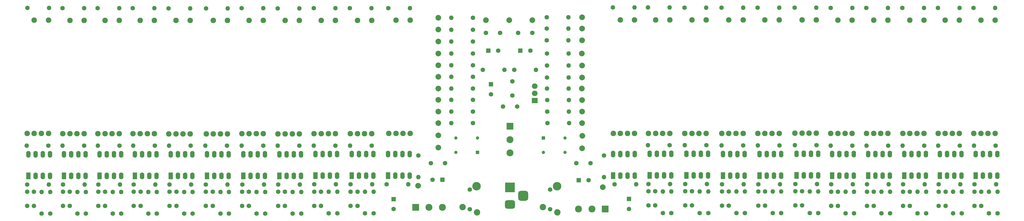
<source format=gbr>
%TF.GenerationSoftware,KiCad,Pcbnew,(6.0.1-0)*%
%TF.CreationDate,2022-03-16T00:28:59-04:00*%
%TF.ProjectId,spectrum,73706563-7472-4756-9d2e-6b696361645f,0*%
%TF.SameCoordinates,Original*%
%TF.FileFunction,Soldermask,Top*%
%TF.FilePolarity,Negative*%
%FSLAX46Y46*%
G04 Gerber Fmt 4.6, Leading zero omitted, Abs format (unit mm)*
G04 Created by KiCad (PCBNEW (6.0.1-0)) date 2022-03-16 00:28:59*
%MOMM*%
%LPD*%
G01*
G04 APERTURE LIST*
G04 Aperture macros list*
%AMRoundRect*
0 Rectangle with rounded corners*
0 $1 Rounding radius*
0 $2 $3 $4 $5 $6 $7 $8 $9 X,Y pos of 4 corners*
0 Add a 4 corners polygon primitive as box body*
4,1,4,$2,$3,$4,$5,$6,$7,$8,$9,$2,$3,0*
0 Add four circle primitives for the rounded corners*
1,1,$1+$1,$2,$3*
1,1,$1+$1,$4,$5*
1,1,$1+$1,$6,$7*
1,1,$1+$1,$8,$9*
0 Add four rect primitives between the rounded corners*
20,1,$1+$1,$2,$3,$4,$5,0*
20,1,$1+$1,$4,$5,$6,$7,0*
20,1,$1+$1,$6,$7,$8,$9,0*
20,1,$1+$1,$8,$9,$2,$3,0*%
G04 Aperture macros list end*
%ADD10C,1.600000*%
%ADD11C,2.250000*%
%ADD12C,3.000000*%
%ADD13O,1.600000X1.600000*%
%ADD14C,1.950000*%
%ADD15R,1.600000X2.400000*%
%ADD16O,1.600000X2.400000*%
%ADD17C,2.000000*%
%ADD18R,3.500000X3.500000*%
%ADD19RoundRect,0.750000X1.000000X-0.750000X1.000000X0.750000X-1.000000X0.750000X-1.000000X-0.750000X0*%
%ADD20RoundRect,0.875000X0.875000X-0.875000X0.875000X0.875000X-0.875000X0.875000X-0.875000X-0.875000X0*%
%ADD21R,1.150000X1.150000*%
%ADD22C,1.150000*%
%ADD23R,1.600000X1.600000*%
%ADD24R,2.000000X1.905000*%
%ADD25O,2.000000X1.905000*%
%ADD26R,2.450000X2.450000*%
%ADD27C,2.450000*%
G04 APERTURE END LIST*
D10*
%TO.C,J3*%
X220425000Y-191750000D03*
X220425000Y-198750000D03*
D11*
X217900000Y-197950000D03*
X222950000Y-199850000D03*
D12*
X222825000Y-190550000D03*
%TD*%
D10*
%TO.C,J2*%
X192125000Y-191750000D03*
X192125000Y-198750000D03*
D11*
X189600000Y-197950000D03*
X194650000Y-199850000D03*
D12*
X194525000Y-190550000D03*
%TD*%
D10*
%TO.C,R83*%
X219350000Y-160200000D03*
D13*
X226970000Y-160200000D03*
%TD*%
D14*
%TO.C,PTL18*%
X309100000Y-171900000D03*
X306600000Y-171900000D03*
X309100000Y-131900000D03*
X314100000Y-131900000D03*
X314100000Y-171900000D03*
X311600000Y-171900000D03*
%TD*%
D10*
%TO.C,R114*%
X276100000Y-200060000D03*
D13*
X276100000Y-192440000D03*
%TD*%
D15*
%TO.C,U10*%
X49250000Y-186950000D03*
D16*
X51790000Y-186950000D03*
X54330000Y-186950000D03*
X56870000Y-186950000D03*
X56870000Y-179330000D03*
X54330000Y-179330000D03*
X51790000Y-179330000D03*
X49250000Y-179330000D03*
%TD*%
D17*
%TO.C,TP10*%
X181000000Y-160150000D03*
%TD*%
D10*
%TO.C,R120*%
X324450000Y-200160000D03*
D13*
X324450000Y-192540000D03*
%TD*%
D17*
%TO.C,TP23*%
X231600000Y-156150000D03*
%TD*%
%TO.C,TP21*%
X231650000Y-148000000D03*
%TD*%
D10*
%TO.C,R76*%
X219250000Y-130950000D03*
D13*
X226870000Y-130950000D03*
%TD*%
D10*
%TO.C,R12*%
X158250000Y-200160000D03*
D13*
X158250000Y-192540000D03*
%TD*%
D10*
%TO.C,R42*%
X193210000Y-131150000D03*
D13*
X185590000Y-131150000D03*
%TD*%
D10*
%TO.C,C40*%
X369850000Y-197550000D03*
X369850000Y-192550000D03*
%TD*%
D15*
%TO.C,U6*%
X99590000Y-186950000D03*
D16*
X102130000Y-186950000D03*
X104670000Y-186950000D03*
X107210000Y-186950000D03*
X107210000Y-179330000D03*
X104670000Y-179330000D03*
X102130000Y-179330000D03*
X99590000Y-179330000D03*
%TD*%
D10*
%TO.C,R99*%
X331990000Y-189950000D03*
D13*
X339610000Y-189950000D03*
%TD*%
D17*
%TO.C,TP26*%
X231650000Y-168350000D03*
%TD*%
D10*
%TO.C,R93*%
X288360000Y-176200000D03*
D13*
X280740000Y-176200000D03*
%TD*%
D10*
%TO.C,R44*%
X193250000Y-139500000D03*
D13*
X185630000Y-139500000D03*
%TD*%
D10*
%TO.C,C4*%
X124650000Y-197550000D03*
X124650000Y-192550000D03*
%TD*%
%TO.C,C42*%
X344700000Y-197500000D03*
X344700000Y-192500000D03*
%TD*%
%TO.C,R67*%
X306490000Y-127600000D03*
D13*
X314110000Y-127600000D03*
%TD*%
D18*
%TO.C,J1*%
X206242500Y-191000000D03*
D19*
X206242500Y-197000000D03*
D20*
X210942500Y-194000000D03*
%TD*%
D10*
%TO.C,R71*%
X280740000Y-127600000D03*
D13*
X288360000Y-127600000D03*
%TD*%
D10*
%TO.C,R15*%
X120050000Y-200210000D03*
D13*
X120050000Y-192590000D03*
%TD*%
D10*
%TO.C,C19*%
X63700000Y-197550000D03*
X63700000Y-192550000D03*
%TD*%
D15*
%TO.C,U2*%
X150550000Y-186900000D03*
D16*
X153090000Y-186900000D03*
X155630000Y-186900000D03*
X158170000Y-186900000D03*
X158170000Y-179280000D03*
X155630000Y-179280000D03*
X153090000Y-179280000D03*
X150550000Y-179280000D03*
%TD*%
D17*
%TO.C,TP3*%
X181000000Y-131150000D03*
%TD*%
D21*
%TO.C,T1*%
X218040000Y-173560000D03*
D22*
X218040000Y-178640000D03*
X225660000Y-173560000D03*
X225660000Y-178640000D03*
%TD*%
D15*
%TO.C,U16*%
X332400000Y-186900000D03*
D16*
X334940000Y-186900000D03*
X337480000Y-186900000D03*
X340020000Y-186900000D03*
X340020000Y-179280000D03*
X337480000Y-179280000D03*
X334940000Y-179280000D03*
X332400000Y-179280000D03*
%TD*%
D10*
%TO.C,C47*%
X280900000Y-197450000D03*
X280900000Y-192450000D03*
%TD*%
%TO.C,R89*%
X339460000Y-176250000D03*
D13*
X331840000Y-176250000D03*
%TD*%
D10*
%TO.C,R11*%
X41350000Y-200210000D03*
D13*
X41350000Y-192590000D03*
%TD*%
D10*
%TO.C,R77*%
X219250000Y-134950000D03*
D13*
X226870000Y-134950000D03*
%TD*%
D23*
%TO.C,C50*%
X230447349Y-188450000D03*
D10*
X233947349Y-188450000D03*
%TD*%
%TO.C,R64*%
X207790000Y-149500000D03*
D13*
X215410000Y-149500000D03*
%TD*%
D10*
%TO.C,R52*%
X149890000Y-127800000D03*
D13*
X157510000Y-127800000D03*
%TD*%
D10*
%TO.C,C43*%
X332000000Y-197500000D03*
X332000000Y-192500000D03*
%TD*%
%TO.C,C18*%
X76200000Y-197550000D03*
X76200000Y-192550000D03*
%TD*%
%TO.C,R59*%
X111740000Y-127800000D03*
D13*
X119360000Y-127800000D03*
%TD*%
D10*
%TO.C,R21*%
X44350000Y-200210000D03*
D13*
X44350000Y-192590000D03*
%TD*%
D10*
%TO.C,C13*%
X139750000Y-197500000D03*
X139750000Y-192500000D03*
%TD*%
%TO.C,R30*%
X48850000Y-190000000D03*
D13*
X56470000Y-190000000D03*
%TD*%
D24*
%TO.C,U23*%
X214945000Y-160340000D03*
D25*
X214945000Y-157800000D03*
X214945000Y-155260000D03*
%TD*%
D10*
%TO.C,R75*%
X319190000Y-127700000D03*
D13*
X326810000Y-127700000D03*
%TD*%
D15*
%TO.C,U1*%
X163300000Y-186900000D03*
D16*
X165840000Y-186900000D03*
X168380000Y-186900000D03*
X170920000Y-186900000D03*
X170920000Y-179280000D03*
X168380000Y-179280000D03*
X165840000Y-179280000D03*
X163300000Y-179280000D03*
%TD*%
D17*
%TO.C,TP27*%
X231700000Y-177200000D03*
%TD*%
D10*
%TO.C,C11*%
X36250000Y-197550000D03*
X36250000Y-192550000D03*
%TD*%
%TO.C,C20*%
X51250000Y-197550000D03*
X51250000Y-192550000D03*
%TD*%
%TO.C,R85*%
X219440000Y-168350000D03*
D13*
X227060000Y-168350000D03*
%TD*%
D10*
%TO.C,R73*%
X243090000Y-189900000D03*
D13*
X250710000Y-189900000D03*
%TD*%
D10*
%TO.C,R103*%
X280900000Y-189900000D03*
D13*
X288520000Y-189900000D03*
%TD*%
D10*
%TO.C,R110*%
X327450000Y-200160000D03*
D13*
X327450000Y-192540000D03*
%TD*%
D10*
%TO.C,C12*%
X152550000Y-197500000D03*
X152550000Y-192500000D03*
%TD*%
%TO.C,R94*%
X275460000Y-176150000D03*
D13*
X267840000Y-176150000D03*
%TD*%
D14*
%TO.C,PTL3*%
X139800000Y-172050000D03*
X137300000Y-172050000D03*
X139800000Y-132050000D03*
X144800000Y-132050000D03*
X144800000Y-172050000D03*
X142300000Y-172050000D03*
%TD*%
D10*
%TO.C,R80*%
X219300000Y-148000000D03*
D13*
X226920000Y-148000000D03*
%TD*%
D10*
%TO.C,R124*%
X273100000Y-200060000D03*
D13*
X273100000Y-192440000D03*
%TD*%
D10*
%TO.C,C10*%
X48850000Y-197550000D03*
X48850000Y-192550000D03*
%TD*%
D14*
%TO.C,PTL4*%
X127100000Y-172100000D03*
X124600000Y-172100000D03*
X127100000Y-132100000D03*
X132100000Y-132100000D03*
X132100000Y-172100000D03*
X129600000Y-172100000D03*
%TD*%
D10*
%TO.C,C38*%
X270400000Y-197400000D03*
X270400000Y-192400000D03*
%TD*%
%TO.C,C35*%
X309150000Y-197400000D03*
X309150000Y-192400000D03*
%TD*%
%TO.C,R62*%
X36340000Y-127700000D03*
D13*
X43960000Y-127700000D03*
%TD*%
D10*
%TO.C,R18*%
X81900000Y-200210000D03*
D13*
X81900000Y-192590000D03*
%TD*%
D10*
%TO.C,R45*%
X193250000Y-143750000D03*
D13*
X185630000Y-143750000D03*
%TD*%
D10*
%TO.C,R113*%
X289000000Y-200110000D03*
D13*
X289000000Y-192490000D03*
%TD*%
D10*
%TO.C,R14*%
X132750000Y-200210000D03*
D13*
X132750000Y-192590000D03*
%TD*%
D15*
%TO.C,U3*%
X137750000Y-186900000D03*
D16*
X140290000Y-186900000D03*
X142830000Y-186900000D03*
X145370000Y-186900000D03*
X145370000Y-179280000D03*
X142830000Y-179280000D03*
X140290000Y-179280000D03*
X137750000Y-179280000D03*
%TD*%
D17*
%TO.C,TP5*%
X181000000Y-139500000D03*
%TD*%
D10*
%TO.C,R13*%
X145450000Y-200160000D03*
D13*
X145450000Y-192540000D03*
%TD*%
D10*
%TO.C,R26*%
X99190000Y-190000000D03*
D13*
X106810000Y-190000000D03*
%TD*%
D10*
%TO.C,C28*%
X214150000Y-136500000D03*
X209150000Y-136500000D03*
%TD*%
%TO.C,C8*%
X73800000Y-197550000D03*
X73800000Y-192550000D03*
%TD*%
D14*
%TO.C,PTL14*%
X359540000Y-172000000D03*
X357040000Y-172000000D03*
X359540000Y-132000000D03*
X364540000Y-132000000D03*
X364540000Y-172000000D03*
X362040000Y-172000000D03*
%TD*%
D15*
%TO.C,U17*%
X319750000Y-186900000D03*
D16*
X322290000Y-186900000D03*
X324830000Y-186900000D03*
X327370000Y-186900000D03*
X327370000Y-179280000D03*
X324830000Y-179280000D03*
X322290000Y-179280000D03*
X319750000Y-179280000D03*
%TD*%
D10*
%TO.C,C3*%
X137350000Y-197500000D03*
X137350000Y-192500000D03*
%TD*%
D17*
%TO.C,TP25*%
X231650000Y-164300000D03*
%TD*%
D10*
%TO.C,C21*%
X38650000Y-197550000D03*
X38650000Y-192550000D03*
%TD*%
%TO.C,R69*%
X293440000Y-127600000D03*
D13*
X301060000Y-127600000D03*
%TD*%
D10*
%TO.C,R92*%
X301160000Y-176200000D03*
D13*
X293540000Y-176200000D03*
%TD*%
D10*
%TO.C,R81*%
X219300000Y-152200000D03*
D13*
X226920000Y-152200000D03*
%TD*%
D14*
%TO.C,PTL16*%
X334350000Y-172000000D03*
X331850000Y-172000000D03*
X334350000Y-132000000D03*
X339350000Y-132000000D03*
X339350000Y-172000000D03*
X336850000Y-172000000D03*
%TD*%
D10*
%TO.C,R53*%
X86040000Y-127850000D03*
D13*
X93660000Y-127850000D03*
%TD*%
D10*
%TO.C,R108*%
X352800000Y-200160000D03*
D13*
X352800000Y-192540000D03*
%TD*%
D23*
%TO.C,C1*%
X182502651Y-188300000D03*
D10*
X179002651Y-188300000D03*
%TD*%
%TO.C,R90*%
X326810000Y-176250000D03*
D13*
X319190000Y-176250000D03*
%TD*%
D10*
%TO.C,R128*%
X242540000Y-127550000D03*
D13*
X250160000Y-127550000D03*
%TD*%
D10*
%TO.C,C45*%
X306750000Y-197400000D03*
X306750000Y-192400000D03*
%TD*%
%TO.C,R88*%
X352160000Y-176250000D03*
D13*
X344540000Y-176250000D03*
%TD*%
D10*
%TO.C,R122*%
X298800000Y-200110000D03*
D13*
X298800000Y-192490000D03*
%TD*%
D10*
%TO.C,C7*%
X86400000Y-197550000D03*
X86400000Y-192550000D03*
%TD*%
D14*
%TO.C,PTL19*%
X296050000Y-171950000D03*
X293550000Y-171950000D03*
X296050000Y-131950000D03*
X301050000Y-131950000D03*
X301050000Y-171950000D03*
X298550000Y-171950000D03*
%TD*%
D10*
%TO.C,R126*%
X239350000Y-179740000D03*
D13*
X239350000Y-187360000D03*
%TD*%
D23*
%TO.C,C23*%
X199600000Y-154647349D03*
D10*
X199600000Y-158147349D03*
%TD*%
%TO.C,R119*%
X337100000Y-200160000D03*
D13*
X337100000Y-192540000D03*
%TD*%
D10*
%TO.C,R28*%
X73790000Y-190000000D03*
D13*
X81410000Y-190000000D03*
%TD*%
D10*
%TO.C,R22*%
X150150000Y-189950000D03*
D13*
X157770000Y-189950000D03*
%TD*%
D10*
%TO.C,C32*%
X347100000Y-197500000D03*
X347100000Y-192500000D03*
%TD*%
%TO.C,R47*%
X193250000Y-152000000D03*
D13*
X185630000Y-152000000D03*
%TD*%
D10*
%TO.C,R86*%
X377310000Y-176250000D03*
D13*
X369690000Y-176250000D03*
%TD*%
D10*
%TO.C,R35*%
X119410000Y-176300000D03*
D13*
X111790000Y-176300000D03*
%TD*%
D17*
%TO.C,TP20*%
X231600000Y-143750000D03*
%TD*%
D14*
%TO.C,PTL20*%
X283350000Y-171950000D03*
X280850000Y-171950000D03*
X283350000Y-131950000D03*
X288350000Y-131950000D03*
X288350000Y-171950000D03*
X285850000Y-171950000D03*
%TD*%
D10*
%TO.C,R8*%
X78900000Y-200210000D03*
D13*
X78900000Y-192590000D03*
%TD*%
D10*
%TO.C,C49*%
X255000000Y-197400000D03*
X255000000Y-192400000D03*
%TD*%
%TO.C,R32*%
X157610000Y-176250000D03*
D13*
X149990000Y-176250000D03*
%TD*%
D15*
%TO.C,U7*%
X86800000Y-186950000D03*
D16*
X89340000Y-186950000D03*
X91880000Y-186950000D03*
X94420000Y-186950000D03*
X94420000Y-179330000D03*
X91880000Y-179330000D03*
X89340000Y-179330000D03*
X86800000Y-179330000D03*
%TD*%
D10*
%TO.C,R60*%
X48690000Y-127800000D03*
D13*
X56310000Y-127800000D03*
%TD*%
D10*
%TO.C,R127*%
X254890000Y-127550000D03*
D13*
X262510000Y-127550000D03*
%TD*%
D17*
%TO.C,TP14*%
X214150000Y-132000000D03*
%TD*%
D14*
%TO.C,PTL5*%
X114400000Y-172050000D03*
X111900000Y-172050000D03*
X114400000Y-132050000D03*
X119400000Y-132050000D03*
X119400000Y-172050000D03*
X116900000Y-172050000D03*
%TD*%
D10*
%TO.C,R61*%
X99230000Y-127850000D03*
D13*
X106850000Y-127850000D03*
%TD*%
D14*
%TO.C,PTL6*%
X101790000Y-172100000D03*
X99290000Y-172100000D03*
X101790000Y-132100000D03*
X106790000Y-132100000D03*
X106790000Y-172100000D03*
X104290000Y-172100000D03*
%TD*%
D10*
%TO.C,C6*%
X99190000Y-197550000D03*
X99190000Y-192550000D03*
%TD*%
D14*
%TO.C,PTL9*%
X63650000Y-172050000D03*
X61150000Y-172050000D03*
X63650000Y-132050000D03*
X68650000Y-132050000D03*
X68650000Y-172050000D03*
X66150000Y-172050000D03*
%TD*%
D10*
%TO.C,R105*%
X255000000Y-189850000D03*
D13*
X262620000Y-189850000D03*
%TD*%
D10*
%TO.C,R78*%
X219260000Y-139150000D03*
D13*
X226880000Y-139150000D03*
%TD*%
D10*
%TO.C,C46*%
X293700000Y-197450000D03*
X293700000Y-192450000D03*
%TD*%
%TO.C,R118*%
X349800000Y-200160000D03*
D13*
X349800000Y-192540000D03*
%TD*%
D23*
%TO.C,C22*%
X165250000Y-195147349D03*
D10*
X165250000Y-198647349D03*
%TD*%
D15*
%TO.C,U11*%
X36650000Y-186950000D03*
D16*
X39190000Y-186950000D03*
X41730000Y-186950000D03*
X44270000Y-186950000D03*
X44270000Y-179330000D03*
X41730000Y-179330000D03*
X39190000Y-179330000D03*
X36650000Y-179330000D03*
%TD*%
D10*
%TO.C,R48*%
X193250000Y-156100000D03*
D13*
X185630000Y-156100000D03*
%TD*%
D10*
%TO.C,R65*%
X163440000Y-127750000D03*
D13*
X171060000Y-127750000D03*
%TD*%
D10*
%TO.C,R3*%
X142450000Y-200160000D03*
D13*
X142450000Y-192540000D03*
%TD*%
D10*
%TO.C,R91*%
X314210000Y-176150000D03*
D13*
X306590000Y-176150000D03*
%TD*%
D10*
%TO.C,C2*%
X150150000Y-197500000D03*
X150150000Y-192500000D03*
%TD*%
%TO.C,R112*%
X301800000Y-200110000D03*
D13*
X301800000Y-192490000D03*
%TD*%
D15*
%TO.C,U4*%
X125050000Y-186950000D03*
D16*
X127590000Y-186950000D03*
X130130000Y-186950000D03*
X132670000Y-186950000D03*
X132670000Y-179330000D03*
X130130000Y-179330000D03*
X127590000Y-179330000D03*
X125050000Y-179330000D03*
%TD*%
D10*
%TO.C,R56*%
X73440000Y-127800000D03*
D13*
X81060000Y-127800000D03*
%TD*%
D15*
%TO.C,U20*%
X281300000Y-186850000D03*
D16*
X283840000Y-186850000D03*
X286380000Y-186850000D03*
X288920000Y-186850000D03*
X288920000Y-179230000D03*
X286380000Y-179230000D03*
X283840000Y-179230000D03*
X281300000Y-179230000D03*
%TD*%
D10*
%TO.C,R96*%
X369840000Y-189950000D03*
D13*
X377460000Y-189950000D03*
%TD*%
D10*
%TO.C,R29*%
X61300000Y-190000000D03*
D13*
X68920000Y-190000000D03*
%TD*%
D10*
%TO.C,R95*%
X262510000Y-176150000D03*
D13*
X254890000Y-176150000D03*
%TD*%
D10*
%TO.C,R104*%
X267990000Y-189850000D03*
D13*
X275610000Y-189850000D03*
%TD*%
D10*
%TO.C,C30*%
X372250000Y-197500000D03*
X372250000Y-192500000D03*
%TD*%
%TO.C,R100*%
X319350000Y-189950000D03*
D13*
X326970000Y-189950000D03*
%TD*%
D14*
%TO.C,PTL15*%
X347100000Y-172000000D03*
X344600000Y-172000000D03*
X347100000Y-132000000D03*
X352100000Y-132000000D03*
X352100000Y-172000000D03*
X349600000Y-172000000D03*
%TD*%
D10*
%TO.C,C37*%
X283300000Y-197450000D03*
X283300000Y-192450000D03*
%TD*%
D17*
%TO.C,TP1*%
X197800000Y-132000000D03*
%TD*%
D10*
%TO.C,R121*%
X311850000Y-200060000D03*
D13*
X311850000Y-192440000D03*
%TD*%
D15*
%TO.C,U15*%
X345100000Y-186900000D03*
D16*
X347640000Y-186900000D03*
X350180000Y-186900000D03*
X352720000Y-186900000D03*
X352720000Y-179280000D03*
X350180000Y-179280000D03*
X347640000Y-179280000D03*
X345100000Y-179280000D03*
%TD*%
D10*
%TO.C,C5*%
X111950000Y-197550000D03*
X111950000Y-192550000D03*
%TD*%
%TO.C,R54*%
X162790000Y-189950000D03*
D13*
X170410000Y-189950000D03*
%TD*%
D15*
%TO.C,U22*%
X255450000Y-186800000D03*
D16*
X257990000Y-186800000D03*
X260530000Y-186800000D03*
X263070000Y-186800000D03*
X263070000Y-179180000D03*
X260530000Y-179180000D03*
X257990000Y-179180000D03*
X255450000Y-179180000D03*
%TD*%
D10*
%TO.C,R107*%
X365340000Y-200160000D03*
D13*
X365340000Y-192540000D03*
%TD*%
D10*
%TO.C,C39*%
X257400000Y-197400000D03*
X257400000Y-192400000D03*
%TD*%
%TO.C,R36*%
X106650000Y-176300000D03*
D13*
X99030000Y-176300000D03*
%TD*%
D17*
%TO.C,TP4*%
X181000000Y-135300000D03*
%TD*%
D10*
%TO.C,R97*%
X357240000Y-189950000D03*
D13*
X364860000Y-189950000D03*
%TD*%
D10*
%TO.C,C24*%
X207100000Y-158600000D03*
X207100000Y-153600000D03*
%TD*%
D14*
%TO.C,PTL13*%
X372100000Y-172000000D03*
X369600000Y-172000000D03*
X372100000Y-132000000D03*
X377100000Y-132000000D03*
X377100000Y-172000000D03*
X374600000Y-172000000D03*
%TD*%
%TO.C,PTL21*%
X270350000Y-171950000D03*
X267850000Y-171950000D03*
X270350000Y-131950000D03*
X275350000Y-131950000D03*
X275350000Y-171950000D03*
X272850000Y-171950000D03*
%TD*%
D10*
%TO.C,C16*%
X101590000Y-197550000D03*
X101590000Y-192550000D03*
%TD*%
D23*
%TO.C,C29*%
X248150000Y-195097349D03*
D10*
X248150000Y-198597349D03*
%TD*%
%TO.C,R23*%
X137340000Y-189950000D03*
D13*
X144960000Y-189950000D03*
%TD*%
D10*
%TO.C,C34*%
X321750000Y-197500000D03*
X321750000Y-192500000D03*
%TD*%
%TO.C,R19*%
X69400000Y-200210000D03*
D13*
X69400000Y-192590000D03*
%TD*%
D17*
%TO.C,TP12*%
X181000000Y-168350000D03*
%TD*%
D10*
%TO.C,R70*%
X344440000Y-127650000D03*
D13*
X352060000Y-127650000D03*
%TD*%
D17*
%TO.C,TP18*%
X231650000Y-134950000D03*
%TD*%
D10*
%TO.C,R31*%
X36250000Y-190000000D03*
D13*
X43870000Y-190000000D03*
%TD*%
D10*
%TO.C,C14*%
X127050000Y-197550000D03*
X127050000Y-192550000D03*
%TD*%
%TO.C,C9*%
X61300000Y-197550000D03*
X61300000Y-192550000D03*
%TD*%
%TO.C,R102*%
X293690000Y-189900000D03*
D13*
X301310000Y-189900000D03*
%TD*%
D15*
%TO.C,U9*%
X61700000Y-186950000D03*
D16*
X64240000Y-186950000D03*
X66780000Y-186950000D03*
X69320000Y-186950000D03*
X69320000Y-179330000D03*
X66780000Y-179330000D03*
X64240000Y-179330000D03*
X61700000Y-179330000D03*
%TD*%
D10*
%TO.C,R79*%
X219290000Y-143750000D03*
D13*
X226910000Y-143750000D03*
%TD*%
D17*
%TO.C,TP11*%
X181000000Y-164250000D03*
%TD*%
%TO.C,TP2*%
X181000000Y-176950000D03*
%TD*%
D10*
%TO.C,R109*%
X340100000Y-200160000D03*
D13*
X340100000Y-192540000D03*
%TD*%
D10*
%TO.C,C53*%
X203800000Y-162500000D03*
X208800000Y-162500000D03*
%TD*%
D14*
%TO.C,PTL1*%
X166100000Y-172000000D03*
X163600000Y-172000000D03*
X166100000Y-132000000D03*
X171100000Y-132000000D03*
X171100000Y-172000000D03*
X168600000Y-172000000D03*
%TD*%
D17*
%TO.C,TP13*%
X173900000Y-190400000D03*
%TD*%
D10*
%TO.C,R123*%
X286000000Y-200110000D03*
D13*
X286000000Y-192490000D03*
%TD*%
D10*
%TO.C,R34*%
X132110000Y-176300000D03*
D13*
X124490000Y-176300000D03*
%TD*%
D10*
%TO.C,R25*%
X111990000Y-190000000D03*
D13*
X119610000Y-190000000D03*
%TD*%
D26*
%TO.C,SW3*%
X173050000Y-198000000D03*
D27*
X177750000Y-198000000D03*
X182450000Y-198000000D03*
%TD*%
D26*
%TO.C,SW2*%
X239800000Y-198600000D03*
D27*
X235100000Y-198600000D03*
X230400000Y-198600000D03*
%TD*%
D10*
%TO.C,R5*%
X117050000Y-200210000D03*
D13*
X117050000Y-192590000D03*
%TD*%
D10*
%TO.C,R50*%
X193250000Y-164250000D03*
D13*
X185630000Y-164250000D03*
%TD*%
D10*
%TO.C,C48*%
X268000000Y-197400000D03*
X268000000Y-192400000D03*
%TD*%
D15*
%TO.C,U19*%
X294110000Y-186850000D03*
D16*
X296650000Y-186850000D03*
X299190000Y-186850000D03*
X301730000Y-186850000D03*
X301730000Y-179230000D03*
X299190000Y-179230000D03*
X296650000Y-179230000D03*
X294110000Y-179230000D03*
%TD*%
D17*
%TO.C,TP28*%
X181000000Y-172650000D03*
%TD*%
D14*
%TO.C,PTL12*%
X245150000Y-171950000D03*
X242650000Y-171950000D03*
X245150000Y-131950000D03*
X250150000Y-131950000D03*
X250150000Y-171950000D03*
X247650000Y-171950000D03*
%TD*%
D17*
%TO.C,TP19*%
X231650000Y-139150000D03*
%TD*%
D10*
%TO.C,R51*%
X193260000Y-168300000D03*
D13*
X185640000Y-168300000D03*
%TD*%
D10*
%TO.C,C52*%
X229600000Y-182450000D03*
X234600000Y-182450000D03*
%TD*%
%TO.C,R68*%
X356940000Y-127700000D03*
D13*
X364560000Y-127700000D03*
%TD*%
D10*
%TO.C,C51*%
X183400000Y-182450000D03*
X178400000Y-182450000D03*
%TD*%
D15*
%TO.C,U21*%
X268400000Y-186800000D03*
D16*
X270940000Y-186800000D03*
X273480000Y-186800000D03*
X276020000Y-186800000D03*
X276020000Y-179180000D03*
X273480000Y-179180000D03*
X270940000Y-179180000D03*
X268400000Y-179180000D03*
%TD*%
D10*
%TO.C,C27*%
X202800000Y-136500000D03*
X197800000Y-136500000D03*
%TD*%
D15*
%TO.C,U14*%
X357640000Y-186900000D03*
D16*
X360180000Y-186900000D03*
X362720000Y-186900000D03*
X365260000Y-186900000D03*
X365260000Y-179280000D03*
X362720000Y-179280000D03*
X360180000Y-179280000D03*
X357640000Y-179280000D03*
%TD*%
D17*
%TO.C,TP16*%
X238950000Y-190950000D03*
%TD*%
D10*
%TO.C,R87*%
X364690000Y-176250000D03*
D13*
X357070000Y-176250000D03*
%TD*%
D10*
%TO.C,R6*%
X104290000Y-200210000D03*
D13*
X104290000Y-192590000D03*
%TD*%
D10*
%TO.C,C17*%
X88800000Y-197550000D03*
X88800000Y-192550000D03*
%TD*%
%TO.C,R106*%
X377950000Y-200160000D03*
D13*
X377950000Y-192540000D03*
%TD*%
D10*
%TO.C,R82*%
X219340000Y-156150000D03*
D13*
X226960000Y-156150000D03*
%TD*%
D10*
%TO.C,R84*%
X219400000Y-164300000D03*
D13*
X227020000Y-164300000D03*
%TD*%
D14*
%TO.C,PTL10*%
X51300000Y-172050000D03*
X48800000Y-172050000D03*
X51300000Y-132050000D03*
X56300000Y-132050000D03*
X56300000Y-172050000D03*
X53800000Y-172050000D03*
%TD*%
D10*
%TO.C,R10*%
X53950000Y-200210000D03*
D13*
X53950000Y-192590000D03*
%TD*%
D10*
%TO.C,C15*%
X114350000Y-197550000D03*
X114350000Y-192550000D03*
%TD*%
%TO.C,R66*%
X369490000Y-127700000D03*
D13*
X377110000Y-127700000D03*
%TD*%
D10*
%TO.C,R57*%
X124440000Y-127850000D03*
D13*
X132060000Y-127850000D03*
%TD*%
D10*
%TO.C,C33*%
X334400000Y-197500000D03*
X334400000Y-192500000D03*
%TD*%
D17*
%TO.C,TP15*%
X206000000Y-132000000D03*
%TD*%
D10*
%TO.C,R58*%
X61090000Y-127800000D03*
D13*
X68710000Y-127800000D03*
%TD*%
D10*
%TO.C,R33*%
X144810000Y-176250000D03*
D13*
X137190000Y-176250000D03*
%TD*%
D17*
%TO.C,TP24*%
X231650000Y-160200000D03*
%TD*%
D14*
%TO.C,PTL2*%
X152550000Y-172050000D03*
X150050000Y-172050000D03*
X152550000Y-132050000D03*
X157550000Y-132050000D03*
X157550000Y-172050000D03*
X155050000Y-172050000D03*
%TD*%
D10*
%TO.C,C41*%
X357240000Y-197500000D03*
X357240000Y-192500000D03*
%TD*%
%TO.C,R116*%
X374950000Y-200150000D03*
D13*
X374950000Y-192530000D03*
%TD*%
D17*
%TO.C,TP8*%
X181000000Y-152000000D03*
%TD*%
D10*
%TO.C,R55*%
X137140000Y-127750000D03*
D13*
X144760000Y-127750000D03*
%TD*%
D15*
%TO.C,U18*%
X307150000Y-186800000D03*
D16*
X309690000Y-186800000D03*
X312230000Y-186800000D03*
X314770000Y-186800000D03*
X314770000Y-179180000D03*
X312230000Y-179180000D03*
X309690000Y-179180000D03*
X307150000Y-179180000D03*
%TD*%
D10*
%TO.C,R115*%
X263100000Y-200060000D03*
D13*
X263100000Y-192440000D03*
%TD*%
D10*
%TO.C,R43*%
X193250000Y-135350000D03*
D13*
X185630000Y-135350000D03*
%TD*%
D15*
%TO.C,U13*%
X370250000Y-186900000D03*
D16*
X372790000Y-186900000D03*
X375330000Y-186900000D03*
X377870000Y-186900000D03*
X377870000Y-179280000D03*
X375330000Y-179280000D03*
X372790000Y-179280000D03*
X370250000Y-179280000D03*
%TD*%
D21*
%TO.C,T2*%
X194810000Y-178640000D03*
D22*
X194810000Y-173560000D03*
X187190000Y-178640000D03*
X187190000Y-173560000D03*
%TD*%
D10*
%TO.C,C36*%
X296100000Y-197450000D03*
X296100000Y-192450000D03*
%TD*%
%TO.C,R101*%
X306750000Y-189850000D03*
D13*
X314370000Y-189850000D03*
%TD*%
D10*
%TO.C,R39*%
X68760000Y-176300000D03*
D13*
X61140000Y-176300000D03*
%TD*%
D10*
%TO.C,R1*%
X174000000Y-179790000D03*
D13*
X174000000Y-187410000D03*
%TD*%
D10*
%TO.C,R4*%
X129750000Y-200210000D03*
D13*
X129750000Y-192590000D03*
%TD*%
D23*
%TO.C,C25*%
X198647349Y-142750000D03*
D10*
X202147349Y-142750000D03*
%TD*%
D15*
%TO.C,U12*%
X242550000Y-186850000D03*
D16*
X245090000Y-186850000D03*
X247630000Y-186850000D03*
X250170000Y-186850000D03*
X250170000Y-179230000D03*
X247630000Y-179230000D03*
X245090000Y-179230000D03*
X242550000Y-179230000D03*
%TD*%
D14*
%TO.C,PTL8*%
X76050000Y-172050000D03*
X73550000Y-172050000D03*
X76050000Y-132050000D03*
X81050000Y-132050000D03*
X81050000Y-172050000D03*
X78550000Y-172050000D03*
%TD*%
D17*
%TO.C,TP9*%
X181000000Y-156150000D03*
%TD*%
D10*
%TO.C,R74*%
X267740000Y-127600000D03*
D13*
X275360000Y-127600000D03*
%TD*%
D17*
%TO.C,TP7*%
X181000000Y-147900000D03*
%TD*%
D10*
%TO.C,R72*%
X331740000Y-127700000D03*
D13*
X339360000Y-127700000D03*
%TD*%
D17*
%TO.C,TP29*%
X231750000Y-172850000D03*
%TD*%
%TO.C,TP17*%
X231650000Y-130950000D03*
%TD*%
D14*
%TO.C,PTL7*%
X88650000Y-172100000D03*
X86150000Y-172100000D03*
X88650000Y-132100000D03*
X93650000Y-132100000D03*
X93650000Y-172100000D03*
X91150000Y-172100000D03*
%TD*%
D10*
%TO.C,R125*%
X260100000Y-200060000D03*
D13*
X260100000Y-192440000D03*
%TD*%
D14*
%TO.C,PTL22*%
X257550000Y-171950000D03*
X255050000Y-171950000D03*
X257550000Y-131950000D03*
X262550000Y-131950000D03*
X262550000Y-171950000D03*
X260050000Y-171950000D03*
%TD*%
%TO.C,PTL11*%
X38750000Y-172000000D03*
X36250000Y-172000000D03*
X38750000Y-132000000D03*
X43750000Y-132000000D03*
X43750000Y-172000000D03*
X41250000Y-172000000D03*
%TD*%
D10*
%TO.C,R63*%
X196690000Y-149500000D03*
D13*
X204310000Y-149500000D03*
%TD*%
D10*
%TO.C,R20*%
X56950000Y-200210000D03*
D13*
X56950000Y-192590000D03*
%TD*%
D10*
%TO.C,C44*%
X319350000Y-197500000D03*
X319350000Y-192500000D03*
%TD*%
D15*
%TO.C,U5*%
X112350000Y-186950000D03*
D16*
X114890000Y-186950000D03*
X117430000Y-186950000D03*
X119970000Y-186950000D03*
X119970000Y-179330000D03*
X117430000Y-179330000D03*
X114890000Y-179330000D03*
X112350000Y-179330000D03*
%TD*%
D10*
%TO.C,R41*%
X43700000Y-176300000D03*
D13*
X36080000Y-176300000D03*
%TD*%
D26*
%TO.C,SW1*%
X206240000Y-169460000D03*
D27*
X206240000Y-174160000D03*
X206240000Y-178860000D03*
%TD*%
D15*
%TO.C,U8*%
X74200000Y-186950000D03*
D16*
X76740000Y-186950000D03*
X79280000Y-186950000D03*
X81820000Y-186950000D03*
X81820000Y-179330000D03*
X79280000Y-179330000D03*
X76740000Y-179330000D03*
X74200000Y-179330000D03*
%TD*%
D10*
%TO.C,R17*%
X94500000Y-200210000D03*
D13*
X94500000Y-192590000D03*
%TD*%
D10*
%TO.C,R111*%
X314850000Y-200060000D03*
D13*
X314850000Y-192440000D03*
%TD*%
D10*
%TO.C,R37*%
X93860000Y-176300000D03*
D13*
X86240000Y-176300000D03*
%TD*%
D23*
%TO.C,C26*%
X209947349Y-142750000D03*
D10*
X213447349Y-142750000D03*
%TD*%
%TO.C,R27*%
X86400000Y-190000000D03*
D13*
X94020000Y-190000000D03*
%TD*%
D10*
%TO.C,R7*%
X91500000Y-200210000D03*
D13*
X91500000Y-192590000D03*
%TD*%
D10*
%TO.C,R98*%
X344700000Y-189950000D03*
D13*
X352320000Y-189950000D03*
%TD*%
D10*
%TO.C,R117*%
X362340000Y-200160000D03*
D13*
X362340000Y-192540000D03*
%TD*%
D10*
%TO.C,R49*%
X193250000Y-160150000D03*
D13*
X185630000Y-160150000D03*
%TD*%
D14*
%TO.C,PTL17*%
X321750000Y-172000000D03*
X319250000Y-172000000D03*
X321750000Y-132000000D03*
X326750000Y-132000000D03*
X326750000Y-172000000D03*
X324250000Y-172000000D03*
%TD*%
D10*
%TO.C,R2*%
X155250000Y-200160000D03*
D13*
X155250000Y-192540000D03*
%TD*%
D10*
%TO.C,R46*%
X193250000Y-147950000D03*
D13*
X185630000Y-147950000D03*
%TD*%
D10*
%TO.C,R24*%
X124650000Y-190000000D03*
D13*
X132270000Y-190000000D03*
%TD*%
D10*
%TO.C,R16*%
X107290000Y-200210000D03*
D13*
X107290000Y-192590000D03*
%TD*%
D17*
%TO.C,TP22*%
X231650000Y-152200000D03*
%TD*%
D10*
%TO.C,C31*%
X359640000Y-197500000D03*
X359640000Y-192500000D03*
%TD*%
%TO.C,R40*%
X56310000Y-176300000D03*
D13*
X48690000Y-176300000D03*
%TD*%
D10*
%TO.C,R38*%
X81250000Y-176300000D03*
D13*
X73630000Y-176300000D03*
%TD*%
D10*
%TO.C,R9*%
X66400000Y-200210000D03*
D13*
X66400000Y-192590000D03*
%TD*%
D17*
%TO.C,TP6*%
X181000000Y-143750000D03*
%TD*%
M02*

</source>
